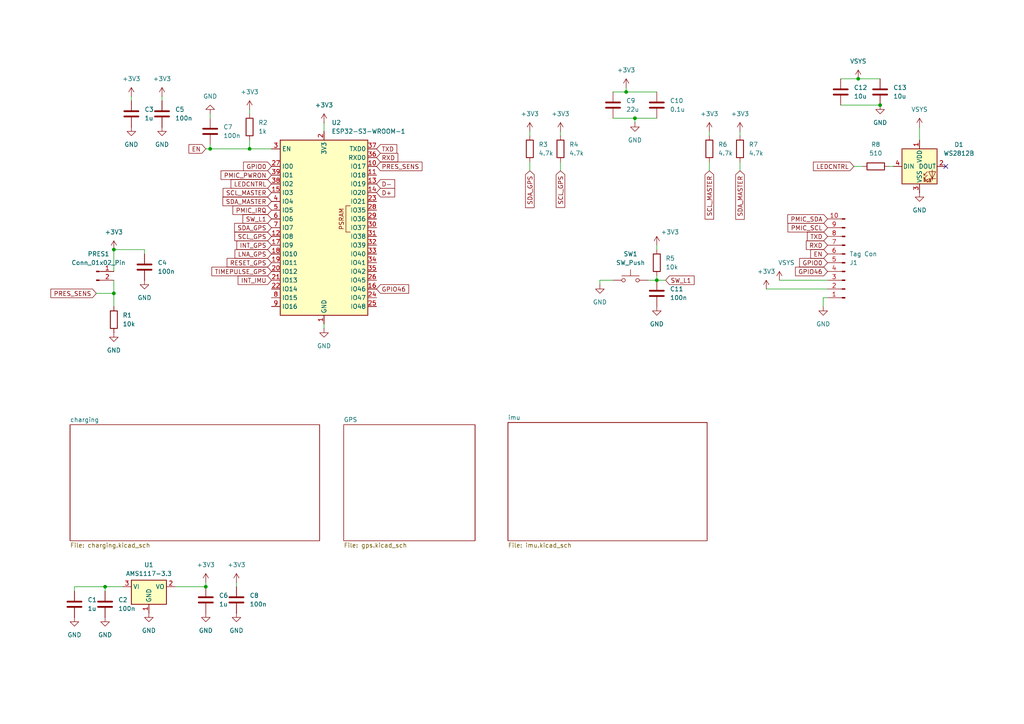
<source format=kicad_sch>
(kicad_sch (version 20231120) (generator "eeschema") (generator_version "8.0")
  (paper "A4")
  (lib_symbols
    (symbol "Connector:Conn_01x02_Pin" (pin_names (offset 1.016) hide)
      (property "Reference" "J" (at 0 2.54 0))
      (property "Value" "Conn_01x02_Pin" (at 0 -5.08 0))
      (symbol "Conn_01x02_Pin_1_1"
        (polyline (pts (xy 1.27 -2.54) (xy 0.8636 -2.54)) (stroke (width 0.1524)))
        (polyline (pts (xy 1.27 0) (xy 0.8636 0)) (stroke (width 0.1524)))
        (rectangle (start 0.8636 -2.413) (end 0 -2.667) (stroke (width 0.1524)) (fill (type outline)))
        (rectangle (start 0.8636 0.127) (end 0 -0.127) (stroke (width 0.1524)) (fill (type outline)))
        (pin passive line (at 5.08 0 180) (length 3.81) (name "Pin_1") (number "1"))
        (pin passive line (at 5.08 -2.54 180) (length 3.81) (name "Pin_2") (number "2"))
      )
    )
    (symbol "Connector:Conn_01x10_Pin" (pin_names (offset 1.016) hide)
      (property "Reference" "J" (at 0 12.7 0))
      (property "Value" "Conn_01x10_Pin" (at 0 -15.24 0))
      (symbol "Conn_01x10_Pin_1_1"
        (polyline (pts (xy 1.27 -12.7) (xy 0.8636 -12.7)) (stroke (width 0.1524)))
        (polyline (pts (xy 1.27 -10.16) (xy 0.8636 -10.16)) (stroke (width 0.1524)))
        (polyline (pts (xy 1.27 -7.62) (xy 0.8636 -7.62)) (stroke (width 0.1524)))
        (polyline (pts (xy 1.27 -5.08) (xy 0.8636 -5.08)) (stroke (width 0.1524)))
        (polyline (pts (xy 1.27 -2.54) (xy 0.8636 -2.54)) (stroke (width 0.1524)))
        (polyline (pts (xy 1.27 0) (xy 0.8636 0)) (stroke (width 0.1524)))
        (polyline (pts (xy 1.27 2.54) (xy 0.8636 2.54)) (stroke (width 0.1524)))
        (polyline (pts (xy 1.27 5.08) (xy 0.8636 5.08)) (stroke (width 0.1524)))
        (polyline (pts (xy 1.27 7.62) (xy 0.8636 7.62)) (stroke (width 0.1524)))
        (polyline (pts (xy 1.27 10.16) (xy 0.8636 10.16)) (stroke (width 0.1524)))
        (rectangle (start 0.8636 -12.573) (end 0 -12.827) (stroke (width 0.1524)) (fill (type outline)))
        (rectangle (start 0.8636 -10.033) (end 0 -10.287) (stroke (width 0.1524)) (fill (type outline)))
        (rectangle (start 0.8636 -7.493) (end 0 -7.747) (stroke (width 0.1524)) (fill (type outline)))
        (rectangle (start 0.8636 -4.953) (end 0 -5.207) (stroke (width 0.1524)) (fill (type outline)))
        (rectangle (start 0.8636 -2.413) (end 0 -2.667) (stroke (width 0.1524)) (fill (type outline)))
        (rectangle (start 0.8636 0.127) (end 0 -0.127) (stroke (width 0.1524)) (fill (type outline)))
        (rectangle (start 0.8636 2.667) (end 0 2.413) (stroke (width 0.1524)) (fill (type outline)))
        (rectangle (start 0.8636 5.207) (end 0 4.953) (stroke (width 0.1524)) (fill (type outline)))
        (rectangle (start 0.8636 7.747) (end 0 7.493) (stroke (width 0.1524)) (fill (type outline)))
        (rectangle (start 0.8636 10.287) (end 0 10.033) (stroke (width 0.1524)) (fill (type outline)))
        (pin passive line (at 5.08 10.16 180) (length 3.81) (name "Pin_1") (number "1"))
        (pin passive line (at 5.08 -12.7 180) (length 3.81) (name "Pin_10") (number "10"))
        (pin passive line (at 5.08 7.62 180) (length 3.81) (name "Pin_2") (number "2"))
        (pin passive line (at 5.08 5.08 180) (length 3.81) (name "Pin_3") (number "3"))
        (pin passive line (at 5.08 2.54 180) (length 3.81) (name "Pin_4") (number "4"))
        (pin passive line (at 5.08 0 180) (length 3.81) (name "Pin_5") (number "5"))
        (pin passive line (at 5.08 -2.54 180) (length 3.81) (name "Pin_6") (number "6"))
        (pin passive line (at 5.08 -5.08 180) (length 3.81) (name "Pin_7") (number "7"))
        (pin passive line (at 5.08 -7.62 180) (length 3.81) (name "Pin_8") (number "8"))
        (pin passive line (at 5.08 -10.16 180) (length 3.81) (name "Pin_9") (number "9"))
      )
    )
    (symbol "Device:C" (pin_numbers hide) (pin_names (offset 0.254))
      (property "Reference" "C" (at 0.635 2.54 0))
      (property "Value" "C" (at 0.635 -2.54 0))
      (symbol "C_0_1"
        (polyline (pts (xy -2.032 -0.762) (xy 2.032 -0.762)) (stroke (width 0.508)))
        (polyline (pts (xy -2.032 0.762) (xy 2.032 0.762)) (stroke (width 0.508)))
      )
      (symbol "C_1_1"
        (pin passive line (at 0 3.81 270) (length 2.794) (name "~") (number "1"))
        (pin passive line (at 0 -3.81 90) (length 2.794) (name "~") (number "2"))
      )
    )
    (symbol "Device:R" (pin_numbers hide) (pin_names (offset 0))
      (property "Reference" "R" (at 2.032 0 90))
      (property "Value" "R" (at 0 0 90))
      (symbol "R_0_1"
        (rectangle (start -1.016 -2.54) (end 1.016 2.54) (stroke (width 0.254)))
      )
      (symbol "R_1_1"
        (pin passive line (at 0 3.81 270) (length 1.27) (name "~") (number "1"))
        (pin passive line (at 0 -3.81 90) (length 1.27) (name "~") (number "2"))
      )
    )
    (symbol "LED:WS2812B" (pin_names (offset 0.254))
      (property "Reference" "D" (at 5.08 5.715 0))
      (property "Value" "WS2812B" (at 1.27 -5.715 0))
      (symbol "WS2812B_0_0"
        (text "RGB" (at 2.286 -4.191 0) (effects (font (size 0.762 0.762))))
      )
      (symbol "WS2812B_0_1"
        (polyline (pts (xy 1.27 -3.556) (xy 1.778 -3.556)))
        (polyline (pts (xy 1.27 -2.54) (xy 1.778 -2.54)))
        (polyline (pts (xy 4.699 -3.556) (xy 2.667 -3.556)))
        (polyline (pts (xy 2.286 -2.54) (xy 1.27 -3.556) (xy 1.27 -3.048)))
        (polyline (pts (xy 2.286 -1.524) (xy 1.27 -2.54) (xy 1.27 -2.032)))
        (polyline (pts (xy 3.683 -1.016) (xy 3.683 -3.556) (xy 3.683 -4.064)))
        (polyline (pts (xy 4.699 -1.524) (xy 2.667 -1.524) (xy 3.683 -3.556) (xy 4.699 -1.524)))
        (rectangle (start 5.08 5.08) (end -5.08 -5.08) (stroke (width 0.254)) (fill (type background)))
      )
      (symbol "WS2812B_1_1"
        (pin power_in line (at 0 7.62 270) (length 2.54) (name "VDD") (number "1"))
        (pin output line (at 7.62 0 180) (length 2.54) (name "DOUT") (number "2"))
        (pin power_in line (at 0 -7.62 90) (length 2.54) (name "VSS") (number "3"))
        (pin input line (at -7.62 0 0) (length 2.54) (name "DIN") (number "4"))
      )
    )
    (symbol "RF_Module:ESP32-S3-WROOM-1"
      (property "Reference" "U" (at -12.7 26.67 0))
      (property "Value" "ESP32-S3-WROOM-1" (at 12.7 26.67 0))
      (symbol "ESP32-S3-WROOM-1_0_0"
        (rectangle (start -12.7 25.4) (end 12.7 -25.4) (stroke (width 0.254)) (fill (type background)))
        (text "PSRAM" (at 5.08 2.54 900) (effects (font (size 1.27 1.27))))
      )
      (symbol "ESP32-S3-WROOM-1_0_1"
        (polyline (pts (xy 7.62 -1.27) (xy 6.35 -1.27) (xy 6.35 6.35) (xy 7.62 6.35)))
      )
      (symbol "ESP32-S3-WROOM-1_1_1"
        (pin power_in line (at 0 -27.94 90) (length 2.54) (name "GND") (number "1"))
        (pin bidirectional line (at 15.24 17.78 180) (length 2.54) (name "IO17") (number "10"))
        (pin bidirectional line (at 15.24 15.24 180) (length 2.54) (name "IO18") (number "11"))
        (pin bidirectional line (at -15.24 -2.54 0) (length 2.54) (name "IO8") (number "12"))
        (pin bidirectional line (at 15.24 12.7 180) (length 2.54) (name "IO19") (number "13"))
        (pin bidirectional line (at 15.24 10.16 180) (length 2.54) (name "IO20") (number "14"))
        (pin bidirectional line (at -15.24 10.16 0) (length 2.54) (name "IO3") (number "15"))
        (pin bidirectional line (at 15.24 -17.78 180) (length 2.54) (name "IO46") (number "16"))
        (pin bidirectional line (at -15.24 -5.08 0) (length 2.54) (name "IO9") (number "17"))
        (pin bidirectional line (at -15.24 -7.62 0) (length 2.54) (name "IO10") (number "18"))
        (pin bidirectional line (at -15.24 -10.16 0) (length 2.54) (name "IO11") (number "19"))
        (pin power_in line (at 0 27.94 270) (length 2.54) (name "3V3") (number "2"))
        (pin bidirectional line (at -15.24 -12.7 0) (length 2.54) (name "IO12") (number "20"))
        (pin bidirectional line (at -15.24 -15.24 0) (length 2.54) (name "IO13") (number "21"))
        (pin bidirectional line (at -15.24 -17.78 0) (length 2.54) (name "IO14") (number "22"))
        (pin bidirectional line (at 15.24 7.62 180) (length 2.54) (name "IO21") (number "23"))
        (pin bidirectional line (at 15.24 -20.32 180) (length 2.54) (name "IO47") (number "24"))
        (pin bidirectional line (at 15.24 -22.86 180) (length 2.54) (name "IO48") (number "25"))
        (pin bidirectional line (at 15.24 -15.24 180) (length 2.54) (name "IO45") (number "26"))
        (pin bidirectional line (at -15.24 17.78 0) (length 2.54) (name "IO0") (number "27"))
        (pin bidirectional line (at 15.24 5.08 180) (length 2.54) (name "IO35") (number "28"))
        (pin bidirectional line (at 15.24 2.54 180) (length 2.54) (name "IO36") (number "29"))
        (pin input line (at -15.24 22.86 0) (length 2.54) (name "EN") (number "3"))
        (pin bidirectional line (at 15.24 0 180) (length 2.54) (name "IO37") (number "30"))
        (pin bidirectional line (at 15.24 -2.54 180) (length 2.54) (name "IO38") (number "31"))
        (pin bidirectional line (at 15.24 -5.08 180) (length 2.54) (name "IO39") (number "32"))
        (pin bidirectional line (at 15.24 -7.62 180) (length 2.54) (name "IO40") (number "33"))
        (pin bidirectional line (at 15.24 -10.16 180) (length 2.54) (name "IO41") (number "34"))
        (pin bidirectional line (at 15.24 -12.7 180) (length 2.54) (name "IO42") (number "35"))
        (pin bidirectional line (at 15.24 20.32 180) (length 2.54) (name "RXD0") (number "36"))
        (pin bidirectional line (at 15.24 22.86 180) (length 2.54) (name "TXD0") (number "37"))
        (pin bidirectional line (at -15.24 12.7 0) (length 2.54) (name "IO2") (number "38"))
        (pin bidirectional line (at -15.24 15.24 0) (length 2.54) (name "IO1") (number "39"))
        (pin bidirectional line (at -15.24 7.62 0) (length 2.54) (name "IO4") (number "4"))
        (pin passive line (at 0 -27.94 90) (length 2.54) hide (name "GND") (number "40"))
        (pin passive line (at 0 -27.94 90) (length 2.54) hide (name "GND") (number "41"))
        (pin bidirectional line (at -15.24 5.08 0) (length 2.54) (name "IO5") (number "5"))
        (pin bidirectional line (at -15.24 2.54 0) (length 2.54) (name "IO6") (number "6"))
        (pin bidirectional line (at -15.24 0 0) (length 2.54) (name "IO7") (number "7"))
        (pin bidirectional line (at -15.24 -20.32 0) (length 2.54) (name "IO15") (number "8"))
        (pin bidirectional line (at -15.24 -22.86 0) (length 2.54) (name "IO16") (number "9"))
      )
    )
    (symbol "Regulator_Linear:AMS1117-3.3"
      (property "Reference" "U" (at -3.81 3.175 0))
      (property "Value" "AMS1117-3.3" (at 0 3.175 0))
      (symbol "AMS1117-3.3_0_1"
        (rectangle (start -5.08 -5.08) (end 5.08 1.905) (stroke (width 0.254)) (fill (type background)))
      )
      (symbol "AMS1117-3.3_1_1"
        (pin power_in line (at 0 -7.62 90) (length 2.54) (name "GND") (number "1"))
        (pin power_out line (at 7.62 0 180) (length 2.54) (name "VO") (number "2"))
        (pin power_in line (at -7.62 0 0) (length 2.54) (name "VI") (number "3"))
      )
    )
    (symbol "Switch:SW_Push" (pin_numbers hide) (pin_names (offset 1.016) hide)
      (property "Reference" "SW" (at 1.27 2.54 0))
      (property "Value" "SW_Push" (at 0 -1.524 0))
      (symbol "SW_Push_0_1"
        (circle (center -2.032 0) (radius 0.508))
        (polyline (pts (xy 0 1.27) (xy 0 3.048)))
        (polyline (pts (xy 2.54 1.27) (xy -2.54 1.27)))
        (circle (center 2.032 0) (radius 0.508))
        (pin passive line (at -5.08 0 0) (length 2.54) (name "1") (number "1"))
        (pin passive line (at 5.08 0 180) (length 2.54) (name "2") (number "2"))
      )
    )
    (symbol "power:+1V0" (power) (pin_numbers hide) (pin_names (offset 0) hide)
      (property "Value" "+1V0" (at 0 3.556 0))
      (symbol "+1V0_0_1"
        (polyline (pts (xy -0.762 1.27) (xy 0 2.54)))
        (polyline (pts (xy 0 0) (xy 0 2.54)))
        (polyline (pts (xy 0 2.54) (xy 0.762 1.27)))
      )
      (symbol "+1V0_1_1"
        (pin power_in line (at 0 0 90) (length 0) (name "~") (number "1"))
      )
    )
    (symbol "power:+3V3" (power) (pin_numbers hide) (pin_names (offset 0) hide)
      (property "Value" "+3V3" (at 0 3.556 0))
      (symbol "+3V3_0_1"
        (polyline (pts (xy -0.762 1.27) (xy 0 2.54)))
        (polyline (pts (xy 0 0) (xy 0 2.54)))
        (polyline (pts (xy 0 2.54) (xy 0.762 1.27)))
      )
      (symbol "+3V3_1_1"
        (pin power_in line (at 0 0 90) (length 0) (name "~") (number "1"))
      )
    )
    (symbol "power:GND" (power) (pin_numbers hide) (pin_names (offset 0) hide)
      (property "Value" "GND" (at 0 -3.81 0))
      (symbol "GND_0_1"
        (polyline (pts (xy 0 0) (xy 0 -1.27) (xy 1.27 -1.27) (xy 0 -2.54) (xy -1.27 -1.27) (xy 0 -1.27)))
      )
      (symbol "GND_1_1"
        (pin power_in line (at 0 0 270) (length 0) (name "~") (number "1"))
      )
    )
  )
  (junction (at 181.61 26.67))
  (junction (at 184.15 34.29))
  (junction (at 33.02 85.09))
  (junction (at 248.92 22.86))
  (junction (at 72.39 43.18))
  (junction (at 190.5 81.28))
  (junction (at 255.27 30.48))
  (junction (at 33.02 72.39))
  (junction (at 59.69 170.18))
  (junction (at 30.48 170.18))
  (junction (at 60.96 43.18))
  (no_connect (at 274.32 48.26))
  (wire (pts (xy 30.48 170.18) (xy 35.56 170.18)))
  (wire (pts (xy 190.5 81.28) (xy 193.04 81.28)))
  (wire (pts (xy 248.92 22.86) (xy 255.27 22.86)))
  (wire (pts (xy 177.8 34.29) (xy 184.15 34.29)))
  (wire (pts (xy 250.19 48.26) (xy 247.65 48.26)))
  (wire (pts (xy 184.15 34.29) (xy 190.5 34.29)))
  (wire (pts (xy 33.02 72.39) (xy 33.02 78.74)))
  (wire (pts (xy 93.98 93.98) (xy 93.98 95.25)))
  (wire (pts (xy 27.94 85.09) (xy 33.02 85.09)))
  (wire (pts (xy 153.67 46.99) (xy 153.67 49.53)))
  (wire (pts (xy 266.7 36.83) (xy 266.7 40.64)))
  (wire (pts (xy 60.96 43.18) (xy 72.39 43.18)))
  (wire (pts (xy 181.61 25.4) (xy 181.61 26.67)))
  (wire (pts (xy 41.91 72.39) (xy 33.02 72.39)))
  (wire (pts (xy 60.96 33.02) (xy 60.96 34.29)))
  (wire (pts (xy 21.59 170.18) (xy 21.59 171.45)))
  (wire (pts (xy 222.25 83.82) (xy 240.03 83.82)))
  (wire (pts (xy 59.69 43.18) (xy 60.96 43.18)))
  (wire (pts (xy 184.15 34.29) (xy 184.15 35.56)))
  (wire (pts (xy 238.76 86.36) (xy 238.76 88.9)))
  (wire (pts (xy 243.84 22.86) (xy 248.92 22.86)))
  (wire (pts (xy 181.61 26.67) (xy 190.5 26.67)))
  (wire (pts (xy 21.59 170.18) (xy 30.48 170.18)))
  (wire (pts (xy 68.58 168.91) (xy 68.58 170.18)))
  (wire (pts (xy 214.63 38.1) (xy 214.63 39.37)))
  (wire (pts (xy 190.5 71.12) (xy 190.5 72.39)))
  (wire (pts (xy 60.96 41.91) (xy 60.96 43.18)))
  (wire (pts (xy 93.98 35.56) (xy 93.98 38.1)))
  (wire (pts (xy 30.48 170.18) (xy 30.48 171.45)))
  (wire (pts (xy 162.56 38.1) (xy 162.56 39.37)))
  (wire (pts (xy 33.02 85.09) (xy 33.02 88.9)))
  (wire (pts (xy 41.91 73.66) (xy 41.91 72.39)))
  (wire (pts (xy 214.63 46.99) (xy 214.63 49.53)))
  (wire (pts (xy 205.74 38.1) (xy 205.74 39.37)))
  (wire (pts (xy 187.96 81.28) (xy 190.5 81.28)))
  (wire (pts (xy 33.02 81.28) (xy 33.02 85.09)))
  (wire (pts (xy 173.99 81.28) (xy 173.99 82.55)))
  (wire (pts (xy 177.8 26.67) (xy 181.61 26.67)))
  (wire (pts (xy 162.56 46.99) (xy 162.56 49.53)))
  (wire (pts (xy 46.99 27.94) (xy 46.99 29.21)))
  (wire (pts (xy 72.39 31.75) (xy 72.39 33.02)))
  (wire (pts (xy 59.69 168.91) (xy 59.69 170.18)))
  (wire (pts (xy 205.74 46.99) (xy 205.74 49.53)))
  (wire (pts (xy 177.8 81.28) (xy 173.99 81.28)))
  (wire (pts (xy 153.67 38.1) (xy 153.67 39.37)))
  (wire (pts (xy 226.06 81.28) (xy 240.03 81.28)))
  (wire (pts (xy 257.81 48.26) (xy 259.08 48.26)))
  (wire (pts (xy 240.03 86.36) (xy 238.76 86.36)))
  (wire (pts (xy 78.74 43.18) (xy 72.39 43.18)))
  (wire (pts (xy 50.8 170.18) (xy 59.69 170.18)))
  (wire (pts (xy 243.84 30.48) (xy 255.27 30.48)))
  (wire (pts (xy 38.1 27.94) (xy 38.1 29.21)))
  (wire (pts (xy 190.5 80.01) (xy 190.5 81.28)))
  (wire (pts (xy 72.39 43.18) (xy 72.39 40.64)))
  (global_label "SW_L1" (shape input) (at 193.04 81.28 0) (property "Intersheetrefs" "${INTERSHEET_REFS}" (effects (hide yes))))
  (global_label "PMIC_SDA" (shape input) (at 240.03 63.5 180) (property "Intersheetrefs" "${INTERSHEET_REFS}" (effects (hide yes))))
  (global_label "PRES_SENS" (shape input) (at 27.94 85.09 180) (property "Intersheetrefs" "${INTERSHEET_REFS}" (effects (hide yes))))
  (global_label "SCL_GPS" (shape input) (at 162.56 49.53 270) (property "Intersheetrefs" "${INTERSHEET_REFS}" (effects (hide yes))))
  (global_label "SDA_GPS" (shape input) (at 78.74 66.04 180) (property "Intersheetrefs" "${INTERSHEET_REFS}" (effects (hide yes))))
  (global_label "SW_L1" (shape input) (at 78.74 63.5 180) (property "Intersheetrefs" "${INTERSHEET_REFS}" (effects (hide yes))))
  (global_label "D-" (shape input) (at 109.22 53.34 0) (property "Intersheetrefs" "${INTERSHEET_REFS}" (effects (hide yes))))
  (global_label "PMIC_PWRON" (shape input) (at 78.74 50.8 180) (property "Intersheetrefs" "${INTERSHEET_REFS}" (effects (hide yes))))
  (global_label "EN" (shape input) (at 240.03 73.66 180) (property "Intersheetrefs" "${INTERSHEET_REFS}" (effects (hide yes))))
  (global_label "LNA_GPS" (shape input) (at 78.74 73.66 180) (property "Intersheetrefs" "${INTERSHEET_REFS}" (effects (hide yes))))
  (global_label "SDA_GPS" (shape input) (at 153.67 49.53 270) (property "Intersheetrefs" "${INTERSHEET_REFS}" (effects (hide yes))))
  (global_label "LEDCNTRL" (shape input) (at 247.65 48.26 180) (property "Intersheetrefs" "${INTERSHEET_REFS}" (effects (hide yes))))
  (global_label "INT_GPS" (shape input) (at 78.74 71.12 180) (property "Intersheetrefs" "${INTERSHEET_REFS}" (effects (hide yes))))
  (global_label "TXD" (shape input) (at 240.03 68.58 180) (property "Intersheetrefs" "${INTERSHEET_REFS}" (effects (hide yes))))
  (global_label "SDA_MASTER" (shape input) (at 78.74 58.42 180) (property "Intersheetrefs" "${INTERSHEET_REFS}" (effects (hide yes))))
  (global_label "GPIO46" (shape input) (at 240.03 78.74 180) (property "Intersheetrefs" "${INTERSHEET_REFS}" (effects (hide yes))))
  (global_label "INT_IMU" (shape input) (at 78.74 81.28 180) (property "Intersheetrefs" "${INTERSHEET_REFS}" (effects (hide yes))))
  (global_label "GPIO46" (shape input) (at 109.22 83.82 0) (property "Intersheetrefs" "${INTERSHEET_REFS}" (effects (hide yes))))
  (global_label "LEDCNTRL" (shape input) (at 78.74 53.34 180) (property "Intersheetrefs" "${INTERSHEET_REFS}" (effects (hide yes))))
  (global_label "TXD" (shape input) (at 109.22 43.18 0) (property "Intersheetrefs" "${INTERSHEET_REFS}" (effects (hide yes))))
  (global_label "SCL_GPS" (shape input) (at 78.74 68.58 180) (property "Intersheetrefs" "${INTERSHEET_REFS}" (effects (hide yes))))
  (global_label "EN" (shape input) (at 59.69 43.18 180) (property "Intersheetrefs" "${INTERSHEET_REFS}" (effects (hide yes))))
  (global_label "RXD" (shape input) (at 240.03 71.12 180) (property "Intersheetrefs" "${INTERSHEET_REFS}" (effects (hide yes))))
  (global_label "GPIO0" (shape input) (at 78.74 48.26 180) (property "Intersheetrefs" "${INTERSHEET_REFS}" (effects (hide yes))))
  (global_label "PRES_SENS" (shape input) (at 109.22 48.26 0) (property "Intersheetrefs" "${INTERSHEET_REFS}" (effects (hide yes))))
  (global_label "D+" (shape input) (at 109.22 55.88 0) (property "Intersheetrefs" "${INTERSHEET_REFS}" (effects (hide yes))))
  (global_label "SCL_MASTER" (shape input) (at 78.74 55.88 180) (property "Intersheetrefs" "${INTERSHEET_REFS}" (effects (hide yes))))
  (global_label "RESET_GPS" (shape input) (at 78.74 76.2 180) (property "Intersheetrefs" "${INTERSHEET_REFS}" (effects (hide yes))))
  (global_label "SCL_MASTER" (shape input) (at 205.74 49.53 270) (property "Intersheetrefs" "${INTERSHEET_REFS}" (effects (hide yes))))
  (global_label "GPIO0" (shape input) (at 240.03 76.2 180) (property "Intersheetrefs" "${INTERSHEET_REFS}" (effects (hide yes))))
  (global_label "PMIC_IRQ" (shape input) (at 78.74 60.96 180) (property "Intersheetrefs" "${INTERSHEET_REFS}" (effects (hide yes))))
  (global_label "TIMEPULSE_GPS" (shape input) (at 78.74 78.74 180) (property "Intersheetrefs" "${INTERSHEET_REFS}" (effects (hide yes))))
  (global_label "SDA_MASTER" (shape input) (at 214.63 49.53 270) (property "Intersheetrefs" "${INTERSHEET_REFS}" (effects (hide yes))))
  (global_label "RXD" (shape input) (at 109.22 45.72 0) (property "Intersheetrefs" "${INTERSHEET_REFS}" (effects (hide yes))))
  (global_label "PMIC_SCL" (shape input) (at 240.03 66.04 180) (property "Intersheetrefs" "${INTERSHEET_REFS}" (effects (hide yes))))
  (symbol (lib_id "LED:WS2812B") (at 266.7 48.26 0) (unit 1)
    (property "Reference" "D1" (at 278.13 41.9414 0))
    (property "Value" "WS2812B" (at 278.13 44.4814 0))
    (property "Footprint" "LED_SMD:LED_WS2812B_PLCC4_5.0x5.0mm_P3.2mm" (effects (hide yes)))
    (property "Datasheet" "https://cdn-shop.adafruit.com/datasheets/WS2812B.pdf" (effects (hide yes)))
    (property "Description" "RGB LED with integrated controller" (effects (hide yes)))
    (property "LCSC Part" "C22461793" (effects (hide yes)))
    (property "Mfr Part" "XL-5050RGBC-WS2812B-S" (effects (hide yes)))
  )
  (symbol (lib_id "power:+3V3") (at 205.74 38.1 0) (unit 1)
    (property "Reference" "#PWR026" (effects (hide yes)))
    (property "Value" "+3V3" (at 205.74 33.02 0))
    (property "Description" "Power symbol creates a global label with name \"+3V3\"" (effects (hide yes)))
  )
  (symbol (lib_id "Device:R") (at 162.56 43.18 180) (unit 1)
    (property "Reference" "R4" (at 165.1 41.9099 0) (effects (justify right)))
    (property "Value" "4.7k" (at 165.1 44.4499 0) (effects (justify right)))
    (property "Footprint" "Resistor_SMD:R_0603_1608Metric_Pad0.98x0.95mm_HandSolder" (effects (hide yes)))
    (property "Description" "Resistor" (effects (hide yes)))
  )
  (symbol (lib_id "power:+3V3") (at 46.99 27.94 0) (unit 1)
    (property "Reference" "#PWR09" (effects (hide yes)))
    (property "Value" "+3V3" (at 46.99 22.86 0))
    (property "Description" "Power symbol creates a global label with name \"+3V3\"" (effects (hide yes)))
  )
  (symbol (lib_id "power:GND") (at 21.59 179.07 0) (unit 1)
    (property "Reference" "#PWR01" (effects (hide yes)))
    (property "Value" "GND" (at 21.59 184.15 0))
    (property "Description" "Power symbol creates a global label with name \"GND\" , ground" (effects (hide yes)))
  )
  (symbol (lib_id "power:GND") (at 184.15 35.56 0) (unit 1)
    (property "Reference" "#PWR023" (effects (hide yes)))
    (property "Value" "GND" (at 184.15 40.64 0))
    (property "Description" "Power symbol creates a global label with name \"GND\" , ground" (effects (hide yes)))
  )
  (symbol (lib_id "Device:C") (at 68.58 173.99 0) (unit 1)
    (property "Reference" "C8" (at 72.39 172.7199 0) (effects (justify left)))
    (property "Value" "100n" (at 72.39 175.2599 0) (effects (justify left)))
    (property "Footprint" "Capacitor_SMD:C_0805_2012Metric" (effects (hide yes)))
    (property "Description" "Unpolarized capacitor" (effects (hide yes)))
  )
  (symbol (lib_id "Device:C") (at 41.91 77.47 0) (unit 1)
    (property "Reference" "C4" (at 45.72 76.1999 0) (effects (justify left)))
    (property "Value" "100n" (at 45.72 78.7399 0) (effects (justify left)))
    (property "Footprint" "Capacitor_SMD:C_0805_2012Metric" (effects (hide yes)))
    (property "Description" "Unpolarized capacitor" (effects (hide yes)))
  )
  (symbol (lib_id "power:+3V3") (at 59.69 168.91 0) (unit 1)
    (property "Reference" "#PWR011" (effects (hide yes)))
    (property "Value" "+3V3" (at 59.69 163.83 0))
    (property "Description" "Power symbol creates a global label with name \"+3V3\"" (effects (hide yes)))
  )
  (symbol (lib_id "Device:C") (at 255.27 26.67 180) (unit 1)
    (property "Reference" "C13" (at 259.08 25.3999 0) (effects (justify right)))
    (property "Value" "10u" (at 259.08 27.9399 0) (effects (justify right)))
    (property "Footprint" "Capacitor_SMD:C_0603_1608Metric_Pad1.08x0.95mm_HandSolder" (effects (hide yes)))
    (property "Description" "Unpolarized capacitor" (effects (hide yes)))
  )
  (symbol (lib_id "Device:R") (at 153.67 43.18 180) (unit 1)
    (property "Reference" "R3" (at 156.21 41.9099 0) (effects (justify right)))
    (property "Value" "4.7k" (at 156.21 44.4499 0) (effects (justify right)))
    (property "Footprint" "Resistor_SMD:R_0603_1608Metric_Pad0.98x0.95mm_HandSolder" (effects (hide yes)))
    (property "Description" "Resistor" (effects (hide yes)))
  )
  (symbol (lib_id "power:+3V3") (at 68.58 168.91 0) (unit 1)
    (property "Reference" "#PWR014" (effects (hide yes)))
    (property "Value" "+3V3" (at 68.58 163.83 0))
    (property "Description" "Power symbol creates a global label with name \"+3V3\"" (effects (hide yes)))
  )
  (symbol (lib_id "Device:C") (at 46.99 33.02 0) (unit 1)
    (property "Reference" "C5" (at 50.8 31.7499 0) (effects (justify left)))
    (property "Value" "100n" (at 50.8 34.2899 0) (effects (justify left)))
    (property "Footprint" "Capacitor_SMD:C_0805_2012Metric" (effects (hide yes)))
    (property "Description" "Unpolarized capacitor" (effects (hide yes)))
  )
  (symbol (lib_id "Device:R") (at 205.74 43.18 180) (unit 1)
    (property "Reference" "R6" (at 208.28 41.9099 0) (effects (justify right)))
    (property "Value" "4.7k" (at 208.28 44.4499 0) (effects (justify right)))
    (property "Footprint" "Resistor_SMD:R_0603_1608Metric_Pad0.98x0.95mm_HandSolder" (effects (hide yes)))
    (property "Description" "Resistor" (effects (hide yes)))
  )
  (symbol (lib_id "power:+3V3") (at 72.39 31.75 0) (unit 1)
    (property "Reference" "#PWR016" (effects (hide yes)))
    (property "Value" "+3V3" (at 72.39 26.67 0))
    (property "Description" "Power symbol creates a global label with name \"+3V3\"" (effects (hide yes)))
  )
  (symbol (lib_id "Device:R") (at 72.39 36.83 0) (unit 1)
    (property "Reference" "R2" (at 74.93 35.5599 0) (effects (justify left)))
    (property "Value" "1k" (at 74.93 38.0999 0) (effects (justify left)))
    (property "Description" "Resistor" (effects (hide yes)))
  )
  (symbol (lib_id "power:+3V3") (at 38.1 27.94 0) (unit 1)
    (property "Reference" "#PWR05" (effects (hide yes)))
    (property "Value" "+3V3" (at 38.1 22.86 0))
    (property "Description" "Power symbol creates a global label with name \"+3V3\"" (effects (hide yes)))
  )
  (symbol (lib_id "power:GND") (at 46.99 36.83 0) (unit 1)
    (property "Reference" "#PWR010" (effects (hide yes)))
    (property "Value" "GND" (at 46.99 41.91 0))
    (property "Description" "Power symbol creates a global label with name \"GND\" , ground" (effects (hide yes)))
  )
  (symbol (lib_id "power:GND") (at 93.98 95.25 0) (unit 1)
    (property "Reference" "#PWR018" (effects (hide yes)))
    (property "Value" "GND" (at 93.98 100.33 0))
    (property "Description" "Power symbol creates a global label with name \"GND\" , ground" (effects (hide yes)))
  )
  (symbol (lib_id "RF_Module:ESP32-S3-WROOM-1") (at 93.98 66.04 0) (unit 1)
    (property "Reference" "U2" (at 96.1741 35.56 0) (effects (justify left)))
    (property "Value" "ESP32-S3-WROOM-1" (at 96.1741 38.1 0) (effects (justify left)))
    (property "Footprint" "RF_Module:ESP32-S3-WROOM-1" (effects (hide yes)))
    (property "Datasheet" "https://www.espressif.com/sites/default/files/documentation/esp32-s3-wroom-1_wroom-1u_datasheet_en.pdf" (effects (hide yes)))
    (property "Description" "RF Module, ESP32-S3 SoC, Wi-Fi 802.11b/g/n, Bluetooth, BLE, 32-bit, 3.3V, onboard antenna, SMD" (effects (hide yes)))
  )
  (symbol (lib_id "power:+1V0") (at 226.06 81.28 0) (unit 1)
    (property "Reference" "#PWR029" (effects (hide yes)))
    (property "Value" "VSYS" (at 228.092 76.2 0))
    (property "Description" "System Voltage" (effects (hide yes)))
  )
  (symbol (lib_id "power:GND") (at 266.7 55.88 0) (unit 1)
    (property "Reference" "#PWR034" (effects (hide yes)))
    (property "Value" "GND" (at 266.7 60.96 0))
    (property "Description" "Power symbol creates a global label with name \"GND\" , ground" (effects (hide yes)))
  )
  (symbol (lib_id "power:GND") (at 68.58 177.8 0) (unit 1)
    (property "Reference" "#PWR015" (effects (hide yes)))
    (property "Value" "GND" (at 68.58 182.88 0))
    (property "Description" "Power symbol creates a global label with name \"GND\" , ground" (effects (hide yes)))
  )
  (symbol (lib_id "Switch:SW_Push") (at 182.88 81.28 0) (unit 1)
    (property "Reference" "SW1" (at 182.88 73.66 0))
    (property "Value" "SW_Push" (at 182.88 76.2 0))
    (property "Footprint" "Button_Switch_SMD:SW_SPST_B3S-1000" (effects (hide yes)))
    (property "Datasheet" "https://www.lcsc.com/datasheet/lcsc_datasheet_2404021114_Omron-Electronics-B3S-1000_C2733655.pdf" (effects (hide yes)))
    (property "Description" "Tactile Switches ROHS" (effects (hide yes)))
    (property "LCSC Part" "C2733655" (effects (hide yes)))
    (property "Mfr Part" "B3S-1000" (effects (hide yes)))
  )
  (symbol (lib_id "power:+3V3") (at 162.56 38.1 0) (unit 1)
    (property "Reference" "#PWR020" (effects (hide yes)))
    (property "Value" "+3V3" (at 162.56 33.02 0))
    (property "Description" "Power symbol creates a global label with name \"+3V3\"" (effects (hide yes)))
  )
  (symbol (lib_id "power:+3V3") (at 93.98 35.56 0) (unit 1)
    (property "Reference" "#PWR017" (effects (hide yes)))
    (property "Value" "+3V3" (at 93.98 30.48 0))
    (property "Description" "Power symbol creates a global label with name \"+3V3\"" (effects (hide yes)))
  )
  (symbol (lib_id "power:+1V0") (at 266.7 36.83 0) (unit 1)
    (property "Reference" "#PWR033" (effects (hide yes)))
    (property "Value" "VSYS" (at 266.7 31.75 0))
    (property "Description" "System Voltage" (effects (hide yes)))
  )
  (symbol (lib_id "power:+3V3") (at 190.5 71.12 0) (unit 1)
    (property "Reference" "#PWR024" (effects (hide yes)))
    (property "Value" "+3V3" (at 194.31 67.31 0))
    (property "Description" "Power symbol creates a global label with name \"+3V3\"" (effects (hide yes)))
  )
  (symbol (lib_id "Device:C") (at 30.48 175.26 0) (unit 1)
    (property "Reference" "C2" (at 34.29 173.9899 0) (effects (justify left)))
    (property "Value" "100n" (at 34.29 176.5299 0) (effects (justify left)))
    (property "Footprint" "Capacitor_SMD:C_0805_2012Metric" (effects (hide yes)))
    (property "Description" "Unpolarized capacitor" (effects (hide yes)))
  )
  (symbol (lib_id "power:GND") (at 173.99 82.55 0) (unit 1)
    (property "Reference" "#PWR021" (effects (hide yes)))
    (property "Value" "GND" (at 173.99 87.63 0))
    (property "Description" "Power symbol creates a global label with name \"GND\" , ground" (effects (hide yes)))
  )
  (symbol (lib_id "Device:R") (at 254 48.26 270) (unit 1)
    (property "Reference" "R8" (at 254 41.91 90))
    (property "Value" "510" (at 254 44.45 90))
    (property "Footprint" "Resistor_SMD:R_0603_1608Metric_Pad0.98x0.95mm_HandSolder" (effects (hide yes)))
    (property "Description" "Resistor" (effects (hide yes)))
  )
  (symbol (lib_id "power:GND") (at 38.1 36.83 0) (unit 1)
    (property "Reference" "#PWR06" (effects (hide yes)))
    (property "Value" "GND" (at 38.1 41.91 0))
    (property "Description" "Power symbol creates a global label with name \"GND\" , ground" (effects (hide yes)))
  )
  (symbol (lib_id "power:GND") (at 33.02 96.52 0) (unit 1)
    (property "Reference" "#PWR04" (effects (hide yes)))
    (property "Value" "GND" (at 33.02 101.6 0))
    (property "Description" "Power symbol creates a global label with name \"GND\" , ground" (effects (hide yes)))
  )
  (symbol (lib_id "power:+3V3") (at 222.25 83.82 0) (unit 1)
    (property "Reference" "#PWR028" (effects (hide yes)))
    (property "Value" "+3V3" (at 222.25 78.74 0))
    (property "Description" "Power symbol creates a global label with name \"+3V3\"" (effects (hide yes)))
  )
  (symbol (lib_id "power:+3V3") (at 214.63 38.1 0) (unit 1)
    (property "Reference" "#PWR027" (effects (hide yes)))
    (property "Value" "+3V3" (at 214.63 33.02 0))
    (property "Description" "Power symbol creates a global label with name \"+3V3\"" (effects (hide yes)))
  )
  (symbol (lib_id "Device:C") (at 243.84 26.67 180) (unit 1)
    (property "Reference" "C12" (at 247.65 25.3999 0) (effects (justify right)))
    (property "Value" "10u" (at 247.65 27.9399 0) (effects (justify right)))
    (property "Footprint" "Capacitor_SMD:C_0603_1608Metric_Pad1.08x0.95mm_HandSolder" (effects (hide yes)))
    (property "Description" "Unpolarized capacitor" (effects (hide yes)))
  )
  (symbol (lib_id "Device:C") (at 59.69 173.99 0) (unit 1)
    (property "Reference" "C6" (at 63.5 172.7199 0) (effects (justify left)))
    (property "Value" "1u" (at 63.5 175.2599 0) (effects (justify left)))
    (property "Footprint" "Capacitor_SMD:C_0805_2012Metric" (effects (hide yes)))
    (property "Description" "Unpolarized capacitor" (effects (hide yes)))
  )
  (symbol (lib_id "power:GND") (at 60.96 33.02 180) (unit 1)
    (property "Reference" "#PWR013" (effects (hide yes)))
    (property "Value" "GND" (at 60.96 27.94 0))
    (property "Description" "Power symbol creates a global label with name \"GND\" , ground" (effects (hide yes)))
  )
  (symbol (lib_id "power:+3V3") (at 181.61 25.4 0) (unit 1)
    (property "Reference" "#PWR022" (effects (hide yes)))
    (property "Value" "+3V3" (at 181.61 20.32 0))
    (property "Description" "Power symbol creates a global label with name \"+3V3\"" (effects (hide yes)))
  )
  (symbol (lib_id "Device:R") (at 33.02 92.71 0) (unit 1)
    (property "Reference" "R1" (at 35.56 91.4399 0) (effects (justify left)))
    (property "Value" "10k" (at 35.56 93.9799 0) (effects (justify left)))
    (property "Footprint" "Resistor_SMD:R_0603_1608Metric_Pad0.98x0.95mm_HandSolder" (effects (hide yes)))
    (property "Description" "Resistor" (effects (hide yes)))
  )
  (symbol (lib_id "Device:C") (at 60.96 38.1 0) (unit 1)
    (property "Reference" "C7" (at 64.77 36.8299 0) (effects (justify left)))
    (property "Value" "100n" (at 64.77 39.3699 0) (effects (justify left)))
    (property "Footprint" "Capacitor_SMD:C_0805_2012Metric" (effects (hide yes)))
    (property "Description" "Unpolarized capacitor" (effects (hide yes)))
  )
  (symbol (lib_id "power:+1V0") (at 248.92 22.86 0) (unit 1)
    (property "Reference" "#PWR031" (effects (hide yes)))
    (property "Value" "VSYS" (at 248.92 17.78 0))
    (property "Description" "System Voltage" (effects (hide yes)))
  )
  (symbol (lib_id "power:GND") (at 30.48 179.07 0) (unit 1)
    (property "Reference" "#PWR02" (effects (hide yes)))
    (property "Value" "GND" (at 30.48 184.15 0))
    (property "Description" "Power symbol creates a global label with name \"GND\" , ground" (effects (hide yes)))
  )
  (symbol (lib_id "power:GND") (at 41.91 81.28 0) (unit 1)
    (property "Reference" "#PWR07" (effects (hide yes)))
    (property "Value" "GND" (at 41.91 86.36 0))
    (property "Description" "Power symbol creates a global label with name \"GND\" , ground" (effects (hide yes)))
  )
  (symbol (lib_id "power:GND") (at 238.76 88.9 0) (unit 1)
    (property "Reference" "#PWR030" (effects (hide yes)))
    (property "Value" "GND" (at 238.76 93.98 0))
    (property "Description" "Power symbol creates a global label with name \"GND\" , ground" (effects (hide yes)))
  )
  (symbol (lib_id "power:GND") (at 190.5 88.9 0) (unit 1)
    (property "Reference" "#PWR025" (effects (hide yes)))
    (property "Value" "GND" (at 190.5 93.98 0))
    (property "Description" "Power symbol creates a global label with name \"GND\" , ground" (effects (hide yes)))
  )
  (symbol (lib_id "Device:R") (at 214.63 43.18 180) (unit 1)
    (property "Reference" "R7" (at 217.17 41.9099 0) (effects (justify right)))
    (property "Value" "4.7k" (at 217.17 44.4499 0) (effects (justify right)))
    (property "Footprint" "Resistor_SMD:R_0603_1608Metric_Pad0.98x0.95mm_HandSolder" (effects (hide yes)))
    (property "Description" "Resistor" (effects (hide yes)))
  )
  (symbol (lib_id "Device:C") (at 190.5 85.09 0) (unit 1)
    (property "Reference" "C11" (at 194.31 83.8199 0) (effects (justify left)))
    (property "Value" "100n" (at 194.31 86.3599 0) (effects (justify left)))
    (property "Footprint" "Capacitor_SMD:C_0402_1005Metric" (effects (hide yes)))
    (property "Description" "16V 100nF X7R ±10% 0402 Multilayer Ceramic Capacitors MLCC - SMD/SMT ROHS" (effects (hide yes)))
    (property "LCSC Part #" "C1525 " (effects (hide yes)))
    (property "Mfr. #" "CL05B104KO5NNNC " (effects (hide yes)))
  )
  (symbol (lib_id "Device:R") (at 190.5 76.2 0) (unit 1)
    (property "Reference" "R5" (at 193.04 74.9299 0) (effects (justify left)))
    (property "Value" "10k" (at 193.04 77.4699 0) (effects (justify left)))
    (property "Footprint" "Resistor_SMD:R_0603_1608Metric_Pad0.98x0.95mm_HandSolder" (effects (hide yes)))
    (property "Description" "Resistor" (effects (hide yes)))
  )
  (symbol (lib_id "power:GND") (at 43.18 177.8 0) (unit 1)
    (property "Reference" "#PWR08" (effects (hide yes)))
    (property "Value" "GND" (at 43.18 182.88 0))
    (property "Description" "Power symbol creates a global label with name \"GND\" , ground" (effects (hide yes)))
  )
  (symbol (lib_id "power:GND") (at 255.27 30.48 0) (unit 1)
    (property "Reference" "#PWR032" (effects (hide yes)))
    (property "Value" "GND" (at 255.27 35.56 0))
    (property "Description" "Power symbol creates a global label with name \"GND\" , ground" (effects (hide yes)))
  )
  (symbol (lib_id "power:+3V3") (at 33.02 72.39 0) (unit 1)
    (property "Reference" "#PWR03" (effects (hide yes)))
    (property "Value" "+3V3" (at 33.02 67.31 0))
    (property "Description" "Power symbol creates a global label with name \"+3V3\"" (effects (hide yes)))
  )
  (symbol (lib_id "Regulator_Linear:AMS1117-3.3") (at 43.18 170.18 0) (unit 1)
    (property "Reference" "U1" (at 43.18 163.83 0))
    (property "Value" "AMS1117-3.3" (at 43.18 166.37 0))
    (property "Footprint" "Package_TO_SOT_SMD:SOT-223-3_TabPin2" (effects (hide yes)))
    (property "Datasheet" "http://www.advanced-monolithic.com/pdf/ds1117.pdf" (effects (hide yes)))
    (property "Description" "1A Low Dropout regulator, positive, 3.3V fixed output, SOT-223" (effects (hide yes)))
  )
  (symbol (lib_id "Device:C") (at 177.8 30.48 0) (unit 1)
    (property "Reference" "C9" (at 181.61 29.2099 0) (effects (justify left)))
    (property "Value" "22u" (at 181.61 31.7499 0) (effects (justify left)))
    (property "Footprint" "Capacitor_SMD:C_0603_1608Metric_Pad1.08x0.95mm_HandSolder" (effects (hide yes)))
    (property "Description" "Unpolarized capacitor" (effects (hide yes)))
  )
  (symbol (lib_id "Device:C") (at 21.59 175.26 0) (unit 1)
    (property "Reference" "C1" (at 25.4 173.9899 0) (effects (justify left)))
    (property "Value" "1u" (at 25.4 176.5299 0) (effects (justify left)))
    (property "Footprint" "Capacitor_SMD:C_0805_2012Metric" (effects (hide yes)))
    (property "Description" "Unpolarized capacitor" (effects (hide yes)))
  )
  (symbol (lib_id "power:GND") (at 59.69 177.8 0) (unit 1)
    (property "Reference" "#PWR012" (effects (hide yes)))
    (property "Value" "GND" (at 59.69 182.88 0))
    (property "Description" "Power symbol creates a global label with name \"GND\" , ground" (effects (hide yes)))
  )
  (symbol (lib_id "Device:C") (at 190.5 30.48 0) (unit 1)
    (property "Reference" "C10" (at 194.31 29.2099 0) (effects (justify left)))
    (property "Value" "0.1u" (at 194.31 31.7499 0) (effects (justify left)))
    (property "Footprint" "Capacitor_SMD:C_0603_1608Metric_Pad1.08x0.95mm_HandSolder" (effects (hide yes)))
    (property "Description" "Unpolarized capacitor" (effects (hide yes)))
  )
  (symbol (lib_id "power:+3V3") (at 153.67 38.1 0) (unit 1)
    (property "Reference" "#PWR019" (effects (hide yes)))
    (property "Value" "+3V3" (at 153.67 33.02 0))
    (property "Description" "Power symbol creates a global label with name \"+3V3\"" (effects (hide yes)))
  )
  (symbol (lib_id "Device:C") (at 38.1 33.02 0) (unit 1)
    (property "Reference" "C3" (at 41.91 31.7499 0) (effects (justify left)))
    (property "Value" "1u" (at 41.91 34.2899 0) (effects (justify left)))
    (property "Footprint" "Capacitor_SMD:C_0805_2012Metric" (effects (hide yes)))
    (property "Description" "Unpolarized capacitor" (effects (hide yes)))
  )
  (symbol (lib_id "Connector:Conn_01x02_Pin") (at 27.94 78.74 0) (unit 1)
    (property "Reference" "PRES1" (at 28.575 73.66 0))
    (property "Value" "Conn_01x02_Pin" (at 28.575 76.2 0))
    (property "Footprint" "Footprint_Wareit_Mic:SMD_CONNECTOR_PAD" (effects (hide yes)))
    (property "Description" "Generic connector, single row, 01x02, script generated" (effects (hide yes)))
  )
  (symbol (lib_id "Connector:Conn_01x10_Pin") (at 245.11 76.2 180) (unit 1) (in_bom no)
    (property "Reference" "J1" (at 246.38 76.2001 0) (effects (justify right)))
    (property "Value" "Tag Con" (at 246.38 73.6601 0) (effects (justify right)))
    (property "Footprint" "Library:TAG-CONNECT_TC2050-IDC" (effects (hide yes)))
    (property "Datasheet" "https://www.tag-connect.com/wp-content/uploads/bsk-pdf-manager/TC2050-IDC_Datasheet_7.pdf" (effects (hide yes)))
    (property "Description" "PLUG-OF-NAILS 10-PIN W/ LEGS 8" (effects (hide yes)))
  )
  (sheet (at 99.695 123.19) (size 38.1 33.655) (stroke (width 0.1524))
    (property "Sheetname" "GPS" (at 99.695 122.4784 0) (effects (justify left bottom)))
    (property "Sheetfile" "gps.kicad_sch" (at 99.695 157.4296 0) (effects (justify left top)))
  )
  (sheet (at 147.32 122.555) (size 57.785 34.29) (stroke (width 0.1524))
    (property "Sheetname" "imu" (at 147.32 121.8434 0) (effects (justify left bottom)))
    (property "Sheetfile" "imu.kicad_sch" (at 147.32 157.4296 0) (effects (justify left top)))
  )
  (sheet (at 20.32 123.19) (size 72.39 33.655) (stroke (width 0.1524))
    (property "Sheetname" "charging" (at 20.32 122.4784 0) (effects (justify left bottom)))
    (property "Sheetfile" "charging.kicad_sch" (at 20.32 157.4296 0) (effects (justify left top)))
  )
)
</source>
